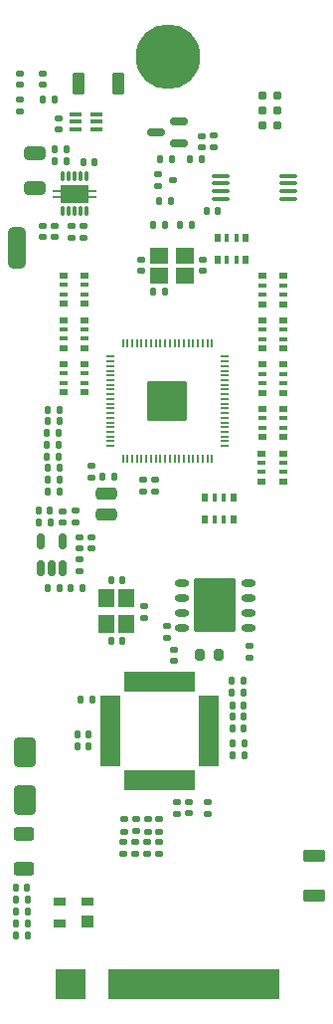
<source format=gbr>
%TF.GenerationSoftware,KiCad,Pcbnew,9.0.7*%
%TF.CreationDate,2026-02-08T22:25:42+01:00*%
%TF.ProjectId,BladeCore-M54,426c6164-6543-46f7-9265-2d4d35342e6b,rev?*%
%TF.SameCoordinates,Original*%
%TF.FileFunction,Soldermask,Top*%
%TF.FilePolarity,Negative*%
%FSLAX46Y46*%
G04 Gerber Fmt 4.6, Leading zero omitted, Abs format (unit mm)*
G04 Created by KiCad (PCBNEW 9.0.7) date 2026-02-08 22:25:42*
%MOMM*%
%LPD*%
G01*
G04 APERTURE LIST*
G04 Aperture macros list*
%AMRoundRect*
0 Rectangle with rounded corners*
0 $1 Rounding radius*
0 $2 $3 $4 $5 $6 $7 $8 $9 X,Y pos of 4 corners*
0 Add a 4 corners polygon primitive as box body*
4,1,4,$2,$3,$4,$5,$6,$7,$8,$9,$2,$3,0*
0 Add four circle primitives for the rounded corners*
1,1,$1+$1,$2,$3*
1,1,$1+$1,$4,$5*
1,1,$1+$1,$6,$7*
1,1,$1+$1,$8,$9*
0 Add four rect primitives between the rounded corners*
20,1,$1+$1,$2,$3,$4,$5,0*
20,1,$1+$1,$4,$5,$6,$7,0*
20,1,$1+$1,$6,$7,$8,$9,0*
20,1,$1+$1,$8,$9,$2,$3,0*%
%AMFreePoly0*
4,1,23,0.000000,0.745722,0.065263,0.745722,0.191342,0.711940,0.304381,0.646677,0.396677,0.554381,0.461940,0.441342,0.495722,0.315263,0.495722,0.250000,0.500000,0.250000,0.500000,-0.250000,0.495722,-0.250000,0.495722,-0.315263,0.461940,-0.441342,0.396677,-0.554381,0.304381,-0.646677,0.191342,-0.711940,0.065263,-0.745722,0.000000,-0.745722,0.000000,-0.750000,-0.550000,-0.750000,
-0.550000,0.750000,0.000000,0.750000,0.000000,0.745722,0.000000,0.745722,$1*%
%AMFreePoly1*
4,1,23,0.550000,-0.750000,0.000000,-0.750000,0.000000,-0.745722,-0.065263,-0.745722,-0.191342,-0.711940,-0.304381,-0.646677,-0.396677,-0.554381,-0.461940,-0.441342,-0.495722,-0.315263,-0.495722,-0.250000,-0.500000,-0.250000,-0.500000,0.250000,-0.495722,0.250000,-0.495722,0.315263,-0.461940,0.441342,-0.396677,0.554381,-0.304381,0.646677,-0.191342,0.711940,-0.065263,0.745722,0.000000,0.745722,
0.000000,0.750000,0.550000,0.750000,0.550000,-0.750000,0.550000,-0.750000,$1*%
G04 Aperture macros list end*
%ADD10FreePoly0,270.000000*%
%ADD11R,1.500000X1.000000*%
%ADD12FreePoly1,270.000000*%
%ADD13RoundRect,0.102000X0.400000X0.850000X-0.400000X0.850000X-0.400000X-0.850000X0.400000X-0.850000X0*%
%ADD14RoundRect,0.102000X-0.850000X0.400000X-0.850000X-0.400000X0.850000X-0.400000X0.850000X0.400000X0*%
%ADD15RoundRect,0.070000X0.070000X-0.355000X0.070000X0.355000X-0.070000X0.355000X-0.070000X-0.355000X0*%
%ADD16R,0.700000X0.280000*%
%ADD17R,2.400000X1.650000*%
%ADD18RoundRect,0.147500X0.172500X-0.147500X0.172500X0.147500X-0.172500X0.147500X-0.172500X-0.147500X0*%
%ADD19RoundRect,0.250000X-0.650000X1.000000X-0.650000X-1.000000X0.650000X-1.000000X0.650000X1.000000X0*%
%ADD20RoundRect,0.135000X-0.135000X-0.185000X0.135000X-0.185000X0.135000X0.185000X-0.135000X0.185000X0*%
%ADD21RoundRect,0.100000X0.400000X0.100000X-0.400000X0.100000X-0.400000X-0.100000X0.400000X-0.100000X0*%
%ADD22RoundRect,0.135000X0.135000X0.185000X-0.135000X0.185000X-0.135000X-0.185000X0.135000X-0.185000X0*%
%ADD23R,0.800000X0.500000*%
%ADD24R,0.800000X0.400000*%
%ADD25RoundRect,0.140000X-0.170000X0.140000X-0.170000X-0.140000X0.170000X-0.140000X0.170000X0.140000X0*%
%ADD26RoundRect,0.250000X-0.650000X0.325000X-0.650000X-0.325000X0.650000X-0.325000X0.650000X0.325000X0*%
%ADD27RoundRect,0.102000X0.600000X0.700000X-0.600000X0.700000X-0.600000X-0.700000X0.600000X-0.700000X0*%
%ADD28R,0.500000X0.800000*%
%ADD29R,0.400000X0.800000*%
%ADD30RoundRect,0.135000X-0.185000X0.135000X-0.185000X-0.135000X0.185000X-0.135000X0.185000X0.135000X0*%
%ADD31RoundRect,0.140000X-0.140000X-0.170000X0.140000X-0.170000X0.140000X0.170000X-0.140000X0.170000X0*%
%ADD32RoundRect,0.140000X0.140000X0.170000X-0.140000X0.170000X-0.140000X-0.170000X0.140000X-0.170000X0*%
%ADD33RoundRect,0.135000X0.185000X-0.135000X0.185000X0.135000X-0.185000X0.135000X-0.185000X-0.135000X0*%
%ADD34RoundRect,0.140000X0.170000X-0.140000X0.170000X0.140000X-0.170000X0.140000X-0.170000X-0.140000X0*%
%ADD35O,1.244200X0.648600*%
%ADD36RoundRect,0.102000X1.700000X2.150000X-1.700000X2.150000X-1.700000X-2.150000X1.700000X-2.150000X0*%
%ADD37RoundRect,0.102000X0.140000X-0.780000X0.140000X0.780000X-0.140000X0.780000X-0.140000X-0.780000X0*%
%ADD38RoundRect,0.102000X0.780000X-0.140000X0.780000X0.140000X-0.780000X0.140000X-0.780000X-0.140000X0*%
%ADD39RoundRect,0.125000X-0.175000X-0.125000X0.175000X-0.125000X0.175000X0.125000X-0.175000X0.125000X0*%
%ADD40C,0.787400*%
%ADD41RoundRect,0.200000X-0.200000X-0.275000X0.200000X-0.275000X0.200000X0.275000X-0.200000X0.275000X0*%
%ADD42RoundRect,0.250000X0.625000X-0.312500X0.625000X0.312500X-0.625000X0.312500X-0.625000X-0.312500X0*%
%ADD43RoundRect,0.150000X0.150000X-0.512500X0.150000X0.512500X-0.150000X0.512500X-0.150000X-0.512500X0*%
%ADD44RoundRect,0.150000X0.587500X0.150000X-0.587500X0.150000X-0.587500X-0.150000X0.587500X-0.150000X0*%
%ADD45RoundRect,0.050000X0.500000X-0.500000X0.500000X0.500000X-0.500000X0.500000X-0.500000X-0.500000X0*%
%ADD46RoundRect,0.050000X0.500000X-0.300000X0.500000X0.300000X-0.500000X0.300000X-0.500000X-0.300000X0*%
%ADD47RoundRect,0.147500X0.147500X0.172500X-0.147500X0.172500X-0.147500X-0.172500X0.147500X-0.172500X0*%
%ADD48RoundRect,0.100000X0.637500X0.100000X-0.637500X0.100000X-0.637500X-0.100000X0.637500X-0.100000X0*%
%ADD49RoundRect,0.250000X0.640000X-0.260000X0.640000X0.260000X-0.640000X0.260000X-0.640000X-0.260000X0*%
%ADD50RoundRect,0.050000X-0.175000X-1.250000X0.175000X-1.250000X0.175000X1.250000X-0.175000X1.250000X0*%
%ADD51C,5.500000*%
%ADD52RoundRect,0.102000X0.700000X-0.600000X0.700000X0.600000X-0.700000X0.600000X-0.700000X-0.600000X0*%
%ADD53O,0.780000X0.220000*%
%ADD54O,0.220000X0.780000*%
%ADD55C,0.425000*%
%ADD56RoundRect,0.200000X1.500000X1.500000X-1.500000X1.500000X-1.500000X-1.500000X1.500000X-1.500000X0*%
G04 APERTURE END LIST*
%TO.C,EXT*%
G36*
X3342500Y65400000D02*
G01*
X1842500Y65400000D01*
X1842500Y63900000D01*
X3342500Y63900000D01*
X3342500Y65400000D01*
G37*
%TD*%
D10*
%TO.C,EXT*%
X2592500Y63350000D03*
D11*
X2592500Y64650000D03*
D12*
X2592500Y65950000D03*
%TD*%
D13*
%TO.C,RST*%
X11250000Y78650000D03*
X7850000Y78650000D03*
%TD*%
D14*
%TO.C,BOOT*%
X27950000Y12950000D03*
X27950000Y9550000D03*
%TD*%
D15*
%TO.C,IC7*%
X6500000Y67775000D03*
X7000000Y67775000D03*
X7500000Y67775000D03*
X8000000Y67775000D03*
X8500000Y67775000D03*
X8500000Y70725000D03*
X8000000Y70725000D03*
X7500000Y70725000D03*
X7000000Y70725000D03*
X6500000Y70725000D03*
D16*
X5950000Y69000000D03*
X9050000Y69000000D03*
D17*
X7500000Y69250000D03*
D16*
X5950000Y69500000D03*
X9050000Y69500000D03*
%TD*%
D18*
%TO.C,USB*%
X4825000Y78530000D03*
X4825000Y79500000D03*
%TD*%
D19*
%TO.C,D4*%
X3275000Y21700000D03*
X3275000Y17700000D03*
%TD*%
D20*
%TO.C,R26*%
X5174212Y47920788D03*
X6194212Y47920788D03*
%TD*%
D21*
%TO.C,IC8*%
X9412500Y74722500D03*
X9412500Y75372500D03*
X9412500Y76022500D03*
X7637500Y76022500D03*
X7637500Y75372500D03*
X7637500Y74722500D03*
%TD*%
D22*
%TO.C,R5*%
X15209212Y60895788D03*
X14189212Y60895788D03*
%TD*%
D20*
%TO.C,R32*%
X5189212Y44920788D03*
X6209212Y44920788D03*
%TD*%
D23*
%TO.C,R16*%
X6579212Y62295788D03*
D24*
X6579212Y61495788D03*
X6579212Y60695788D03*
D23*
X6579212Y59895788D03*
X8379212Y59895788D03*
D24*
X8379212Y60695788D03*
X8379212Y61495788D03*
D23*
X8379212Y62295788D03*
%TD*%
D25*
%TO.C,C52*%
X4800000Y66540000D03*
X4800000Y65580000D03*
%TD*%
D26*
%TO.C,C56*%
X4100000Y72685000D03*
X4100000Y69735000D03*
%TD*%
D27*
%TO.C,X2*%
X11950000Y32680000D03*
X11950000Y34880000D03*
X10250000Y32680000D03*
X10250000Y34880000D03*
%TD*%
D25*
%TO.C,C34*%
X14720000Y14080000D03*
X14720000Y13120000D03*
%TD*%
D20*
%TO.C,R14*%
X5189212Y49895788D03*
X6209212Y49895788D03*
%TD*%
D28*
%TO.C,R13*%
X22104212Y65470788D03*
D29*
X21304212Y65470788D03*
X20504212Y65470788D03*
D28*
X19704212Y65470788D03*
X19704212Y63670788D03*
D29*
X20504212Y63670788D03*
X21304212Y63670788D03*
D28*
X22104212Y63670788D03*
%TD*%
D30*
%TO.C,R46*%
X14750000Y16020000D03*
X14750000Y15000000D03*
%TD*%
D22*
%TO.C,R52*%
X3540000Y8175000D03*
X2520000Y8175000D03*
%TD*%
D30*
%TO.C,R53*%
X7225000Y66520000D03*
X7225000Y65500000D03*
%TD*%
D25*
%TO.C,C53*%
X5825000Y66515000D03*
X5825000Y65555000D03*
%TD*%
D31*
%TO.C,C46*%
X21000000Y21500000D03*
X21960000Y21500000D03*
%TD*%
D32*
%TO.C,C35*%
X11580000Y31200000D03*
X10620000Y31200000D03*
%TD*%
D30*
%TO.C,R44*%
X13775000Y16020000D03*
X13775000Y15000000D03*
%TD*%
%TO.C,R42*%
X12710000Y14090000D03*
X12710000Y13070000D03*
%TD*%
D33*
%TO.C,R1*%
X19375000Y73190000D03*
X19375000Y74210000D03*
%TD*%
D20*
%TO.C,R31*%
X5189212Y45920788D03*
X6209212Y45920788D03*
%TD*%
D22*
%TO.C,R59*%
X6835000Y73035000D03*
X5815000Y73035000D03*
%TD*%
D20*
%TO.C,R11*%
X7205000Y35725000D03*
X8225000Y35725000D03*
%TD*%
D34*
%TO.C,C22*%
X7900000Y37175000D03*
X7900000Y38135000D03*
%TD*%
D31*
%TO.C,C20*%
X4470000Y42300000D03*
X5430000Y42300000D03*
%TD*%
D20*
%TO.C,R8*%
X17340000Y72175000D03*
X18360000Y72175000D03*
%TD*%
D32*
%TO.C,C40*%
X8730000Y23250000D03*
X7770000Y23250000D03*
%TD*%
D31*
%TO.C,C44*%
X20980000Y24750000D03*
X21940000Y24750000D03*
%TD*%
D35*
%TO.C,IC3*%
X22324212Y32335788D03*
X22324212Y33605788D03*
X22324212Y34875788D03*
X22324212Y36145788D03*
X16632812Y36145788D03*
X16632812Y34875788D03*
X16632812Y33605788D03*
X16632812Y32335788D03*
D36*
X19478512Y34240788D03*
%TD*%
D25*
%TO.C,C54*%
X8250000Y66495000D03*
X8250000Y65535000D03*
%TD*%
D37*
%TO.C,IC6*%
X12010000Y19350000D03*
X12510000Y19350000D03*
X13010000Y19350000D03*
X13510000Y19350000D03*
X14010000Y19350000D03*
X14510000Y19350000D03*
X15010000Y19350000D03*
X15510000Y19350000D03*
X16010000Y19350000D03*
X16510000Y19350000D03*
X17010000Y19350000D03*
X17510000Y19350000D03*
D38*
X18940000Y20780000D03*
X18940000Y21280000D03*
X18940000Y21780000D03*
X18940000Y22280000D03*
X18940000Y22780000D03*
X18940000Y23280000D03*
X18940000Y23780000D03*
X18940000Y24280000D03*
X18940000Y24780000D03*
X18940000Y25280000D03*
X18940000Y25780000D03*
X18940000Y26280000D03*
D37*
X17510000Y27710000D03*
X17010000Y27710000D03*
X16510000Y27710000D03*
X16010000Y27710000D03*
X15510000Y27710000D03*
X15010000Y27710000D03*
X14510000Y27710000D03*
X14010000Y27710000D03*
X13510000Y27710000D03*
X13010000Y27710000D03*
X12510000Y27710000D03*
X12010000Y27710000D03*
D38*
X10580000Y26280000D03*
X10580000Y25780000D03*
X10580000Y25280000D03*
X10580000Y24780000D03*
X10580000Y24280000D03*
X10580000Y23780000D03*
X10580000Y23280000D03*
X10580000Y22780000D03*
X10580000Y22280000D03*
X10580000Y21780000D03*
X10580000Y21280000D03*
X10580000Y20780000D03*
%TD*%
D31*
%TO.C,C39*%
X20980000Y23750000D03*
X21940000Y23750000D03*
%TD*%
D34*
%TO.C,C42*%
X16000000Y29520000D03*
X16000000Y30480000D03*
%TD*%
D31*
%TO.C,C51*%
X2525000Y10250000D03*
X3485000Y10250000D03*
%TD*%
%TO.C,C38*%
X20980000Y25750000D03*
X21940000Y25750000D03*
%TD*%
D22*
%TO.C,R34*%
X17485000Y66575000D03*
X16465000Y66575000D03*
%TD*%
D23*
%TO.C,R25*%
X6604212Y54770788D03*
D24*
X6604212Y53970788D03*
X6604212Y53170788D03*
D23*
X6604212Y52370788D03*
X8404212Y52370788D03*
D24*
X8404212Y53170788D03*
X8404212Y53970788D03*
D23*
X8404212Y54770788D03*
%TD*%
D33*
%TO.C,R4*%
X14349212Y43935788D03*
X14349212Y44955788D03*
%TD*%
D20*
%TO.C,R47*%
X20930000Y26800000D03*
X21950000Y26800000D03*
%TD*%
D39*
%TO.C,D1*%
X14630000Y70920000D03*
X14630000Y69920000D03*
X15930000Y70420000D03*
%TD*%
D30*
%TO.C,R39*%
X11775000Y16020000D03*
X11775000Y15000000D03*
%TD*%
D34*
%TO.C,C19*%
X6475000Y41295000D03*
X6475000Y42255000D03*
%TD*%
D25*
%TO.C,C12*%
X18424212Y63650788D03*
X18424212Y62690788D03*
%TD*%
D18*
%TO.C,PWR*%
X2825000Y78525000D03*
X2825000Y79495000D03*
%TD*%
D22*
%TO.C,R18*%
X15770000Y68650000D03*
X14750000Y68650000D03*
%TD*%
%TO.C,R62*%
X5810000Y77300000D03*
X4790000Y77300000D03*
%TD*%
D31*
%TO.C,C6*%
X9924212Y45170788D03*
X10884212Y45170788D03*
%TD*%
D25*
%TO.C,C24*%
X8950000Y40055000D03*
X8950000Y39095000D03*
%TD*%
D40*
%TO.C,DEBUG*%
X23555000Y77585000D03*
X24825000Y77585000D03*
X23555000Y76315000D03*
X24825000Y76315000D03*
X23555000Y75045000D03*
X24825000Y75045000D03*
%TD*%
D20*
%TO.C,R29*%
X5174212Y46920788D03*
X6194212Y46920788D03*
%TD*%
D23*
%TO.C,R23*%
X6579212Y58520788D03*
D24*
X6579212Y57720788D03*
X6579212Y56920788D03*
D23*
X6579212Y56120788D03*
X8379212Y56120788D03*
D24*
X8379212Y56920788D03*
X8379212Y57720788D03*
D23*
X8379212Y58520788D03*
%TD*%
D25*
%TO.C,C23*%
X7900000Y40060000D03*
X7900000Y39100000D03*
%TD*%
%TO.C,C18*%
X15350000Y32450000D03*
X15350000Y31490000D03*
%TD*%
D41*
%TO.C,L2*%
X18175000Y30000000D03*
X19825000Y30000000D03*
%TD*%
D23*
%TO.C,R30*%
X25279212Y59870788D03*
D24*
X25279212Y60670788D03*
X25279212Y61470788D03*
D23*
X25279212Y62270788D03*
X23479212Y62270788D03*
D24*
X23479212Y61470788D03*
X23479212Y60670788D03*
D23*
X23479212Y59870788D03*
%TD*%
%TO.C,R28*%
X25279212Y56095788D03*
D24*
X25279212Y56895788D03*
X25279212Y57695788D03*
D23*
X25279212Y58495788D03*
X23479212Y58495788D03*
D24*
X23479212Y57695788D03*
X23479212Y56895788D03*
D23*
X23479212Y56095788D03*
%TD*%
D42*
%TO.C,R51*%
X3225000Y11850000D03*
X3225000Y14775000D03*
%TD*%
D20*
%TO.C,R12*%
X5189212Y50895788D03*
X6209212Y50895788D03*
%TD*%
D31*
%TO.C,C55*%
X8270000Y71960000D03*
X9230000Y71960000D03*
%TD*%
D33*
%TO.C,R9*%
X7600000Y41250000D03*
X7600000Y42270000D03*
%TD*%
D34*
%TO.C,C11*%
X13224212Y62690788D03*
X13224212Y63650788D03*
%TD*%
D43*
%TO.C,IC4*%
X4600000Y37425000D03*
X5550000Y37425000D03*
X6500000Y37425000D03*
X6500000Y39700000D03*
X4600000Y39700000D03*
%TD*%
D20*
%TO.C,R10*%
X5215000Y35700000D03*
X6235000Y35700000D03*
%TD*%
D25*
%TO.C,C33*%
X13710000Y14080000D03*
X13710000Y13120000D03*
%TD*%
D32*
%TO.C,C49*%
X3515000Y6150000D03*
X2555000Y6150000D03*
%TD*%
D23*
%TO.C,R22*%
X25254212Y44770788D03*
D24*
X25254212Y45570788D03*
X25254212Y46370788D03*
D23*
X25254212Y47170788D03*
X23454212Y47170788D03*
D24*
X23454212Y46370788D03*
X23454212Y45570788D03*
D23*
X23454212Y44770788D03*
%TD*%
D44*
%TO.C,IC5*%
X16375000Y73550000D03*
X16375000Y75450000D03*
X14500000Y74500000D03*
%TD*%
D45*
%TO.C,D5*%
X8625000Y7350000D03*
D46*
X8625000Y9050000D03*
X6225000Y9050000D03*
X6225000Y7150000D03*
%TD*%
D30*
%TO.C,R60*%
X2825000Y77310000D03*
X2825000Y76290000D03*
%TD*%
D23*
%TO.C,R27*%
X25279212Y52320788D03*
D24*
X25279212Y53120788D03*
X25279212Y53920788D03*
D23*
X25279212Y54720788D03*
X23479212Y54720788D03*
D24*
X23479212Y53920788D03*
X23479212Y53120788D03*
D23*
X23479212Y52320788D03*
%TD*%
D30*
%TO.C,R41*%
X12750000Y16035000D03*
X12750000Y15015000D03*
%TD*%
D47*
%TO.C,D3*%
X15192500Y66575000D03*
X14222500Y66575000D03*
%TD*%
D20*
%TO.C,R54*%
X5815000Y71985000D03*
X6835000Y71985000D03*
%TD*%
D33*
%TO.C,R43*%
X13430000Y33170000D03*
X13430000Y34190000D03*
%TD*%
D34*
%TO.C,C21*%
X18350000Y73215000D03*
X18350000Y74175000D03*
%TD*%
D31*
%TO.C,C45*%
X21000000Y22500000D03*
X21960000Y22500000D03*
%TD*%
D22*
%TO.C,R7*%
X5460000Y41250000D03*
X4440000Y41250000D03*
%TD*%
D20*
%TO.C,R55*%
X2505000Y9200000D03*
X3525000Y9200000D03*
%TD*%
D48*
%TO.C,IC2*%
X25682500Y68822500D03*
X25682500Y69472500D03*
X25682500Y70122500D03*
X25682500Y70772500D03*
X19957500Y70772500D03*
X19957500Y70122500D03*
X19957500Y69472500D03*
X19957500Y68822500D03*
%TD*%
D32*
%TO.C,C17*%
X19740000Y67800000D03*
X18780000Y67800000D03*
%TD*%
D28*
%TO.C,R15*%
X18629212Y41570788D03*
D29*
X19429212Y41570788D03*
X20229212Y41570788D03*
D28*
X21029212Y41570788D03*
X21029212Y43370788D03*
D29*
X20229212Y43370788D03*
X19429212Y43370788D03*
D28*
X18629212Y43370788D03*
%TD*%
D30*
%TO.C,R50*%
X16250000Y17510000D03*
X16250000Y16490000D03*
%TD*%
D49*
%TO.C,L1*%
X10204212Y41930788D03*
X10204212Y43710788D03*
%TD*%
D20*
%TO.C,R35*%
X8000000Y26250000D03*
X9020000Y26250000D03*
%TD*%
D22*
%TO.C,R17*%
X15780000Y72180000D03*
X14760000Y72180000D03*
%TD*%
D23*
%TO.C,R24*%
X25279212Y48545788D03*
D24*
X25279212Y49345788D03*
X25279212Y50145788D03*
D23*
X25279212Y50945788D03*
X23479212Y50945788D03*
D24*
X23479212Y50145788D03*
X23479212Y49345788D03*
D23*
X23479212Y48545788D03*
%TD*%
D32*
%TO.C,C41*%
X8730000Y22250000D03*
X7770000Y22250000D03*
%TD*%
D50*
%TO.C,J1*%
X24675000Y1995000D03*
X24175000Y1995000D03*
X23675000Y1995000D03*
X23175000Y1995000D03*
X22675000Y1995000D03*
X22175000Y1995000D03*
X21675000Y1995000D03*
X21175000Y1995000D03*
X20675000Y1995000D03*
X20175000Y1995000D03*
X19675000Y1995000D03*
X19175000Y1995000D03*
X18675000Y1995000D03*
X18175000Y1995000D03*
X17675000Y1995000D03*
X17175000Y1995000D03*
X16675000Y1995000D03*
X16175000Y1995000D03*
X15675000Y1995000D03*
X15175000Y1995000D03*
X14675000Y1995000D03*
X14175000Y1995000D03*
X13675000Y1995000D03*
X13175000Y1995000D03*
X12675000Y1995000D03*
X12175000Y1995000D03*
X11675000Y1995000D03*
X11175000Y1995000D03*
X10675000Y1995000D03*
X8175000Y1995000D03*
X7675000Y1995000D03*
X7175000Y1995000D03*
X6675000Y1995000D03*
X6175000Y1995000D03*
D51*
X15471447Y80915000D03*
%TD*%
D33*
%TO.C,R6*%
X22425000Y29775000D03*
X22425000Y30795000D03*
%TD*%
D20*
%TO.C,R45*%
X20915000Y27825000D03*
X21935000Y27825000D03*
%TD*%
D25*
%TO.C,C47*%
X17250000Y17500000D03*
X17250000Y16540000D03*
%TD*%
D20*
%TO.C,R33*%
X5199212Y43920788D03*
X6219212Y43920788D03*
%TD*%
D30*
%TO.C,R36*%
X18900000Y17500000D03*
X18900000Y16480000D03*
%TD*%
D25*
%TO.C,C58*%
X6150000Y75685000D03*
X6150000Y74725000D03*
%TD*%
D20*
%TO.C,R21*%
X5174212Y48920788D03*
X6194212Y48920788D03*
%TD*%
D52*
%TO.C,X1*%
X14724212Y62320788D03*
X16924212Y62320788D03*
X14724212Y64020788D03*
X16924212Y64020788D03*
%TD*%
D30*
%TO.C,R40*%
X11700000Y14090000D03*
X11700000Y13070000D03*
%TD*%
D31*
%TO.C,C36*%
X10645000Y36375000D03*
X11605000Y36375000D03*
%TD*%
D32*
%TO.C,C50*%
X3510000Y7150000D03*
X2550000Y7150000D03*
%TD*%
D30*
%TO.C,R2*%
X8929212Y46155788D03*
X8929212Y45135788D03*
%TD*%
%TO.C,R3*%
X13349212Y44955788D03*
X13349212Y43935788D03*
%TD*%
D53*
%TO.C,IC1*%
X20326212Y47795788D03*
X20326212Y48195788D03*
X20326212Y48595788D03*
X20326212Y48995788D03*
X20326212Y49395788D03*
X20326212Y49795788D03*
X20326212Y50195788D03*
X20326212Y50595788D03*
X20326212Y50995788D03*
X20326212Y51395788D03*
X20326212Y51795788D03*
X20326212Y52195788D03*
X20326212Y52595788D03*
X20326212Y52995788D03*
X20326212Y53395788D03*
X20326212Y53795788D03*
X20326212Y54195788D03*
X20326212Y54595788D03*
X20326212Y54995788D03*
X20326212Y55395788D03*
D54*
X19229212Y56492788D03*
X18829212Y56492788D03*
X18429212Y56492788D03*
X18029212Y56492788D03*
X17629212Y56492788D03*
X17229212Y56492788D03*
X16829212Y56492788D03*
X16429212Y56492788D03*
X16029212Y56492788D03*
X15629212Y56492788D03*
X15229212Y56492788D03*
X14829212Y56492788D03*
X14429212Y56492788D03*
X14029212Y56492788D03*
X13629212Y56492788D03*
X13229212Y56492788D03*
X12829212Y56492788D03*
X12429212Y56492788D03*
X12029212Y56492788D03*
X11629212Y56492788D03*
D53*
X10532212Y55395788D03*
X10532212Y54995788D03*
X10532212Y54595788D03*
X10532212Y54195788D03*
X10532212Y53795788D03*
X10532212Y53395788D03*
X10532212Y52995788D03*
X10532212Y52595788D03*
X10532212Y52195788D03*
X10532212Y51795788D03*
X10532212Y51395788D03*
X10532212Y50995788D03*
X10532212Y50595788D03*
X10532212Y50195788D03*
X10532212Y49795788D03*
X10532212Y49395788D03*
X10532212Y48995788D03*
X10532212Y48595788D03*
X10532212Y48195788D03*
X10532212Y47795788D03*
D54*
X11629212Y46698788D03*
X12029212Y46698788D03*
X12429212Y46698788D03*
X12829212Y46698788D03*
X13229212Y46698788D03*
X13629212Y46698788D03*
X14029212Y46698788D03*
X14429212Y46698788D03*
X14829212Y46698788D03*
X15229212Y46698788D03*
X15629212Y46698788D03*
X16029212Y46698788D03*
X16429212Y46698788D03*
X16829212Y46698788D03*
X17229212Y46698788D03*
X17629212Y46698788D03*
X18029212Y46698788D03*
X18429212Y46698788D03*
X18829212Y46698788D03*
X19229212Y46698788D03*
D55*
X16279212Y50745788D03*
X16279212Y51595788D03*
X16279212Y52445788D03*
X15429212Y50745788D03*
X15429212Y51595788D03*
D56*
X15429212Y51595788D03*
D55*
X15429212Y52445788D03*
X14579212Y50745788D03*
X14579212Y51595788D03*
X14579212Y52445788D03*
%TD*%
M02*

</source>
